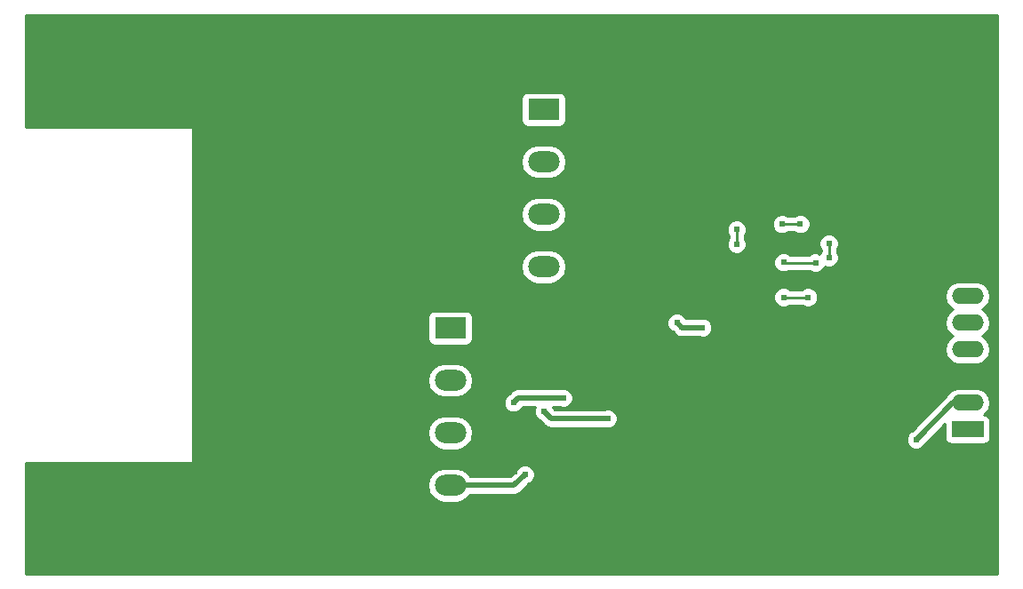
<source format=gbl>
G04 #@! TF.GenerationSoftware,KiCad,Pcbnew,5.0.0-fee4fd1~66~ubuntu18.04.1*
G04 #@! TF.CreationDate,2019-04-10T22:53:07-06:00*
G04 #@! TF.ProjectId,sprinkler_nodes,737072696E6B6C65725F6E6F6465732E,rev?*
G04 #@! TF.SameCoordinates,Original*
G04 #@! TF.FileFunction,Copper,L2,Bot,Signal*
G04 #@! TF.FilePolarity,Positive*
%FSLAX46Y46*%
G04 Gerber Fmt 4.6, Leading zero omitted, Abs format (unit mm)*
G04 Created by KiCad (PCBNEW 5.0.0-fee4fd1~66~ubuntu18.04.1) date Wed Apr 10 22:53:07 2019*
%MOMM*%
%LPD*%
G01*
G04 APERTURE LIST*
G04 #@! TA.AperFunction,ComponentPad*
%ADD10O,3.000000X2.000000*%
G04 #@! TD*
G04 #@! TA.AperFunction,ComponentPad*
%ADD11R,3.000000X2.000000*%
G04 #@! TD*
G04 #@! TA.AperFunction,ComponentPad*
%ADD12R,3.048000X1.524000*%
G04 #@! TD*
G04 #@! TA.AperFunction,ComponentPad*
%ADD13O,3.048000X1.524000*%
G04 #@! TD*
G04 #@! TA.AperFunction,ViaPad*
%ADD14C,0.609600*%
G04 #@! TD*
G04 #@! TA.AperFunction,Conductor*
%ADD15C,0.508000*%
G04 #@! TD*
G04 #@! TA.AperFunction,Conductor*
%ADD16C,0.254000*%
G04 #@! TD*
G04 APERTURE END LIST*
D10*
G04 #@! TO.P,J1,4*
G04 #@! TO.N,/VIN_AC*
X58928000Y-70880000D03*
G04 #@! TO.P,J1,3*
G04 #@! TO.N,/VIN_GND*
X58928000Y-65880000D03*
G04 #@! TO.P,J1,2*
G04 #@! TO.N,Net-(J1-Pad2)*
X58928000Y-60880000D03*
D11*
G04 #@! TO.P,J1,1*
G04 #@! TO.N,Net-(J1-Pad1)*
X58928000Y-55880000D03*
G04 #@! TD*
G04 #@! TO.P,J2,1*
G04 #@! TO.N,/RF_IN*
X67818000Y-35052000D03*
D10*
G04 #@! TO.P,J2,2*
G04 #@! TO.N,/RF_IN_RTN*
X67818000Y-40052000D03*
G04 #@! TO.P,J2,3*
G04 #@! TO.N,/RF_OUT*
X67818000Y-45052000D03*
G04 #@! TO.P,J2,4*
G04 #@! TO.N,/RF_OUT_RTN*
X67818000Y-50052000D03*
G04 #@! TD*
D12*
G04 #@! TO.P,J3,1*
G04 #@! TO.N,/MCLR*
X108204000Y-65532000D03*
D13*
G04 #@! TO.P,J3,2*
G04 #@! TO.N,+3V3*
X108204000Y-62992000D03*
G04 #@! TO.P,J3,3*
G04 #@! TO.N,GND*
X108204000Y-60452000D03*
G04 #@! TO.P,J3,4*
G04 #@! TO.N,/ICSPDAT*
X108204000Y-57912000D03*
G04 #@! TO.P,J3,5*
G04 #@! TO.N,/ICSPCLK*
X108204000Y-55372000D03*
G04 #@! TO.P,J3,6*
G04 #@! TO.N,Net-(J3-Pad6)*
X108204000Y-52832000D03*
G04 #@! TD*
D14*
G04 #@! TO.N,/VIN_AC*
X66040000Y-69850000D03*
G04 #@! TO.N,GND*
X87503000Y-70586600D03*
X86893400Y-75895200D03*
X79984600Y-67132200D03*
X83566000Y-65354200D03*
X92456000Y-74498200D03*
X102692200Y-74498200D03*
X82804000Y-53263800D03*
X87807800Y-62230000D03*
X93472000Y-58064400D03*
X104368600Y-34315400D03*
X99568000Y-34036000D03*
X91440000Y-41656000D03*
X75488800Y-48818800D03*
X77470000Y-50952400D03*
X79502000Y-50774600D03*
X83743800Y-44526200D03*
X75514200Y-39979600D03*
X77470000Y-39751000D03*
X79756000Y-40055800D03*
X81788000Y-39954200D03*
X83820000Y-39979600D03*
X85852000Y-39725600D03*
X87884000Y-39751000D03*
X89916000Y-39649400D03*
X91795600Y-39776400D03*
X80975200Y-57835800D03*
X84785200Y-57073800D03*
X97536000Y-43738800D03*
X100380800Y-60147200D03*
X101371400Y-62661800D03*
X102362000Y-55118000D03*
X88315600Y-70586600D03*
X87833200Y-69926200D03*
X65024000Y-69596000D03*
G04 #@! TO.N,+3V3*
X103301800Y-66522600D03*
G04 #@! TO.N,+5V*
X80518000Y-55397400D03*
X82956400Y-55854600D03*
G04 #@! TO.N,/MCLR*
X90678000Y-49631600D03*
X93726000Y-49657000D03*
G04 #@! TO.N,/V_Temp*
X90678000Y-52959000D03*
X93014800Y-52959000D03*
G04 #@! TO.N,/UART_RX*
X86207600Y-46507400D03*
X86207600Y-47904400D03*
G04 #@! TO.N,/GPIO3*
X92278200Y-45974000D03*
X90525600Y-45974000D03*
G04 #@! TO.N,/AN4*
X94996000Y-49174400D03*
X94996000Y-47828200D03*
G04 #@! TO.N,Net-(C19-Pad2)*
X64947800Y-63017400D03*
X69723000Y-62560200D03*
G04 #@! TO.N,Net-(C20-Pad1)*
X73914000Y-64516000D03*
X67868800Y-63855600D03*
G04 #@! TD*
D15*
G04 #@! TO.N,/VIN_AC*
X66040000Y-69850000D02*
X65010000Y-70880000D01*
X65010000Y-70880000D02*
X58928000Y-70880000D01*
D16*
G04 #@! TO.N,GND*
X88315600Y-70586600D02*
X88315800Y-70586600D01*
D15*
G04 #@! TO.N,+3V3*
X106832400Y-62992000D02*
X108204000Y-62992000D01*
X103301800Y-66522600D02*
X106832400Y-62992000D01*
G04 #@! TO.N,+5V*
X80975200Y-55854600D02*
X80518000Y-55397400D01*
X82956400Y-55854600D02*
X80975200Y-55854600D01*
D16*
G04 #@! TO.N,/MCLR*
X90678000Y-49631600D02*
X90703400Y-49657000D01*
X90703400Y-49657000D02*
X93726000Y-49657000D01*
G04 #@! TO.N,/V_Temp*
X90678000Y-52959000D02*
X93014800Y-52959000D01*
G04 #@! TO.N,/UART_RX*
X86207600Y-47904400D02*
X86207600Y-46507400D01*
G04 #@! TO.N,/GPIO3*
X90525600Y-45974000D02*
X92278200Y-45974000D01*
G04 #@! TO.N,/AN4*
X94996000Y-47828200D02*
X94996000Y-49174400D01*
D15*
G04 #@! TO.N,Net-(C19-Pad2)*
X65405000Y-62560200D02*
X64947800Y-63017400D01*
X69723000Y-62560200D02*
X65405000Y-62560200D01*
G04 #@! TO.N,Net-(C20-Pad1)*
X73914000Y-64516000D02*
X68529200Y-64516000D01*
X68529200Y-64516000D02*
X67868800Y-63855600D01*
G04 #@! TD*
D16*
G04 #@! TO.N,GND*
G36*
X111050000Y-79300000D02*
X18490000Y-79300000D01*
X18490000Y-70880000D01*
X56760969Y-70880000D01*
X56887864Y-71517945D01*
X57249231Y-72058769D01*
X57790055Y-72420136D01*
X58266969Y-72515000D01*
X59589031Y-72515000D01*
X60065945Y-72420136D01*
X60606769Y-72058769D01*
X60800386Y-71769000D01*
X64922445Y-71769000D01*
X65010000Y-71786416D01*
X65097555Y-71769000D01*
X65097556Y-71769000D01*
X65356870Y-71717419D01*
X65650933Y-71520933D01*
X65700531Y-71446704D01*
X66449712Y-70697524D01*
X66572354Y-70646724D01*
X66836724Y-70382354D01*
X66979800Y-70036938D01*
X66979800Y-69663062D01*
X66836724Y-69317646D01*
X66572354Y-69053276D01*
X66226938Y-68910200D01*
X65853062Y-68910200D01*
X65507646Y-69053276D01*
X65243276Y-69317646D01*
X65192476Y-69440288D01*
X64641765Y-69991000D01*
X60800386Y-69991000D01*
X60606769Y-69701231D01*
X60065945Y-69339864D01*
X59589031Y-69245000D01*
X58266969Y-69245000D01*
X57790055Y-69339864D01*
X57249231Y-69701231D01*
X56887864Y-70242055D01*
X56760969Y-70880000D01*
X18490000Y-70880000D01*
X18490000Y-68707000D01*
X34290000Y-68707000D01*
X34338601Y-68697333D01*
X34379803Y-68669803D01*
X34407333Y-68628601D01*
X34417000Y-68580000D01*
X34417000Y-65880000D01*
X56760969Y-65880000D01*
X56887864Y-66517945D01*
X57249231Y-67058769D01*
X57790055Y-67420136D01*
X58266969Y-67515000D01*
X59589031Y-67515000D01*
X60065945Y-67420136D01*
X60606769Y-67058769D01*
X60968136Y-66517945D01*
X61004394Y-66335662D01*
X102362000Y-66335662D01*
X102362000Y-66709538D01*
X102505076Y-67054954D01*
X102769446Y-67319324D01*
X103114862Y-67462400D01*
X103488738Y-67462400D01*
X103834154Y-67319324D01*
X104098524Y-67054954D01*
X104149325Y-66932310D01*
X106032560Y-65049076D01*
X106032560Y-66294000D01*
X106081843Y-66541765D01*
X106222191Y-66751809D01*
X106432235Y-66892157D01*
X106680000Y-66941440D01*
X109728000Y-66941440D01*
X109975765Y-66892157D01*
X110185809Y-66751809D01*
X110326157Y-66541765D01*
X110375440Y-66294000D01*
X110375440Y-64770000D01*
X110326157Y-64522235D01*
X110185809Y-64312191D01*
X109975765Y-64171843D01*
X109774643Y-64131838D01*
X109973180Y-63999180D01*
X110281944Y-63537082D01*
X110390368Y-62992000D01*
X110281944Y-62446918D01*
X109973180Y-61984820D01*
X109511082Y-61676056D01*
X109103588Y-61595000D01*
X107304412Y-61595000D01*
X106896918Y-61676056D01*
X106434820Y-61984820D01*
X106137755Y-62429409D01*
X102892090Y-65675075D01*
X102769446Y-65725876D01*
X102505076Y-65990246D01*
X102362000Y-66335662D01*
X61004394Y-66335662D01*
X61095031Y-65880000D01*
X60968136Y-65242055D01*
X60606769Y-64701231D01*
X60065945Y-64339864D01*
X59589031Y-64245000D01*
X58266969Y-64245000D01*
X57790055Y-64339864D01*
X57249231Y-64701231D01*
X56887864Y-65242055D01*
X56760969Y-65880000D01*
X34417000Y-65880000D01*
X34417000Y-62830462D01*
X64008000Y-62830462D01*
X64008000Y-63204338D01*
X64151076Y-63549754D01*
X64415446Y-63814124D01*
X64760862Y-63957200D01*
X65134738Y-63957200D01*
X65480154Y-63814124D01*
X65744524Y-63549754D01*
X65786175Y-63449200D01*
X67019904Y-63449200D01*
X66929000Y-63668662D01*
X66929000Y-64042538D01*
X67072076Y-64387954D01*
X67336446Y-64652324D01*
X67459089Y-64703124D01*
X67838670Y-65082706D01*
X67888267Y-65156933D01*
X67962493Y-65206529D01*
X68182329Y-65353419D01*
X68529200Y-65422416D01*
X68616756Y-65405000D01*
X73604420Y-65405000D01*
X73727062Y-65455800D01*
X74100938Y-65455800D01*
X74446354Y-65312724D01*
X74710724Y-65048354D01*
X74853800Y-64702938D01*
X74853800Y-64329062D01*
X74710724Y-63983646D01*
X74446354Y-63719276D01*
X74100938Y-63576200D01*
X73727062Y-63576200D01*
X73604420Y-63627000D01*
X68897436Y-63627000D01*
X68719635Y-63449200D01*
X69413420Y-63449200D01*
X69536062Y-63500000D01*
X69909938Y-63500000D01*
X70255354Y-63356924D01*
X70519724Y-63092554D01*
X70662800Y-62747138D01*
X70662800Y-62373262D01*
X70519724Y-62027846D01*
X70255354Y-61763476D01*
X69909938Y-61620400D01*
X69536062Y-61620400D01*
X69413420Y-61671200D01*
X65492550Y-61671200D01*
X65404999Y-61653785D01*
X65317448Y-61671200D01*
X65317444Y-61671200D01*
X65058130Y-61722781D01*
X64764067Y-61919267D01*
X64714469Y-61993496D01*
X64538090Y-62169875D01*
X64415446Y-62220676D01*
X64151076Y-62485046D01*
X64008000Y-62830462D01*
X34417000Y-62830462D01*
X34417000Y-60880000D01*
X56760969Y-60880000D01*
X56887864Y-61517945D01*
X57249231Y-62058769D01*
X57790055Y-62420136D01*
X58266969Y-62515000D01*
X59589031Y-62515000D01*
X60065945Y-62420136D01*
X60606769Y-62058769D01*
X60968136Y-61517945D01*
X61095031Y-60880000D01*
X60968136Y-60242055D01*
X60606769Y-59701231D01*
X60065945Y-59339864D01*
X59589031Y-59245000D01*
X58266969Y-59245000D01*
X57790055Y-59339864D01*
X57249231Y-59701231D01*
X56887864Y-60242055D01*
X56760969Y-60880000D01*
X34417000Y-60880000D01*
X34417000Y-54880000D01*
X56780560Y-54880000D01*
X56780560Y-56880000D01*
X56829843Y-57127765D01*
X56970191Y-57337809D01*
X57180235Y-57478157D01*
X57428000Y-57527440D01*
X60428000Y-57527440D01*
X60675765Y-57478157D01*
X60885809Y-57337809D01*
X61026157Y-57127765D01*
X61075440Y-56880000D01*
X61075440Y-55210462D01*
X79578200Y-55210462D01*
X79578200Y-55584338D01*
X79721276Y-55929754D01*
X79985646Y-56194124D01*
X80108290Y-56244925D01*
X80284669Y-56421304D01*
X80334267Y-56495533D01*
X80628330Y-56692019D01*
X80887644Y-56743600D01*
X80887648Y-56743600D01*
X80975199Y-56761015D01*
X81062750Y-56743600D01*
X82646820Y-56743600D01*
X82769462Y-56794400D01*
X83143338Y-56794400D01*
X83488754Y-56651324D01*
X83753124Y-56386954D01*
X83896200Y-56041538D01*
X83896200Y-55667662D01*
X83753124Y-55322246D01*
X83488754Y-55057876D01*
X83143338Y-54914800D01*
X82769462Y-54914800D01*
X82646820Y-54965600D01*
X81356375Y-54965600D01*
X81314724Y-54865046D01*
X81050354Y-54600676D01*
X80704938Y-54457600D01*
X80331062Y-54457600D01*
X79985646Y-54600676D01*
X79721276Y-54865046D01*
X79578200Y-55210462D01*
X61075440Y-55210462D01*
X61075440Y-54880000D01*
X61026157Y-54632235D01*
X60885809Y-54422191D01*
X60675765Y-54281843D01*
X60428000Y-54232560D01*
X57428000Y-54232560D01*
X57180235Y-54281843D01*
X56970191Y-54422191D01*
X56829843Y-54632235D01*
X56780560Y-54880000D01*
X34417000Y-54880000D01*
X34417000Y-52772062D01*
X89738200Y-52772062D01*
X89738200Y-53145938D01*
X89881276Y-53491354D01*
X90145646Y-53755724D01*
X90491062Y-53898800D01*
X90864938Y-53898800D01*
X91210354Y-53755724D01*
X91245078Y-53721000D01*
X92447722Y-53721000D01*
X92482446Y-53755724D01*
X92827862Y-53898800D01*
X93201738Y-53898800D01*
X93547154Y-53755724D01*
X93811524Y-53491354D01*
X93954600Y-53145938D01*
X93954600Y-52832000D01*
X106017632Y-52832000D01*
X106126056Y-53377082D01*
X106434820Y-53839180D01*
X106828158Y-54102000D01*
X106434820Y-54364820D01*
X106126056Y-54826918D01*
X106017632Y-55372000D01*
X106126056Y-55917082D01*
X106434820Y-56379180D01*
X106828158Y-56642000D01*
X106434820Y-56904820D01*
X106126056Y-57366918D01*
X106017632Y-57912000D01*
X106126056Y-58457082D01*
X106434820Y-58919180D01*
X106896918Y-59227944D01*
X107304412Y-59309000D01*
X109103588Y-59309000D01*
X109511082Y-59227944D01*
X109973180Y-58919180D01*
X110281944Y-58457082D01*
X110390368Y-57912000D01*
X110281944Y-57366918D01*
X109973180Y-56904820D01*
X109579842Y-56642000D01*
X109973180Y-56379180D01*
X110281944Y-55917082D01*
X110390368Y-55372000D01*
X110281944Y-54826918D01*
X109973180Y-54364820D01*
X109579842Y-54102000D01*
X109973180Y-53839180D01*
X110281944Y-53377082D01*
X110390368Y-52832000D01*
X110281944Y-52286918D01*
X109973180Y-51824820D01*
X109511082Y-51516056D01*
X109103588Y-51435000D01*
X107304412Y-51435000D01*
X106896918Y-51516056D01*
X106434820Y-51824820D01*
X106126056Y-52286918D01*
X106017632Y-52832000D01*
X93954600Y-52832000D01*
X93954600Y-52772062D01*
X93811524Y-52426646D01*
X93547154Y-52162276D01*
X93201738Y-52019200D01*
X92827862Y-52019200D01*
X92482446Y-52162276D01*
X92447722Y-52197000D01*
X91245078Y-52197000D01*
X91210354Y-52162276D01*
X90864938Y-52019200D01*
X90491062Y-52019200D01*
X90145646Y-52162276D01*
X89881276Y-52426646D01*
X89738200Y-52772062D01*
X34417000Y-52772062D01*
X34417000Y-50052000D01*
X65650969Y-50052000D01*
X65777864Y-50689945D01*
X66139231Y-51230769D01*
X66680055Y-51592136D01*
X67156969Y-51687000D01*
X68479031Y-51687000D01*
X68955945Y-51592136D01*
X69496769Y-51230769D01*
X69858136Y-50689945D01*
X69985031Y-50052000D01*
X69864225Y-49444662D01*
X89738200Y-49444662D01*
X89738200Y-49818538D01*
X89881276Y-50163954D01*
X90145646Y-50428324D01*
X90491062Y-50571400D01*
X90864938Y-50571400D01*
X91210354Y-50428324D01*
X91219678Y-50419000D01*
X93158922Y-50419000D01*
X93193646Y-50453724D01*
X93539062Y-50596800D01*
X93912938Y-50596800D01*
X94258354Y-50453724D01*
X94522724Y-50189354D01*
X94591228Y-50023970D01*
X94809062Y-50114200D01*
X95182938Y-50114200D01*
X95528354Y-49971124D01*
X95792724Y-49706754D01*
X95935800Y-49361338D01*
X95935800Y-48987462D01*
X95792724Y-48642046D01*
X95758000Y-48607322D01*
X95758000Y-48395278D01*
X95792724Y-48360554D01*
X95935800Y-48015138D01*
X95935800Y-47641262D01*
X95792724Y-47295846D01*
X95528354Y-47031476D01*
X95182938Y-46888400D01*
X94809062Y-46888400D01*
X94463646Y-47031476D01*
X94199276Y-47295846D01*
X94056200Y-47641262D01*
X94056200Y-48015138D01*
X94199276Y-48360554D01*
X94234000Y-48395278D01*
X94234001Y-48607321D01*
X94199276Y-48642046D01*
X94130772Y-48807430D01*
X93912938Y-48717200D01*
X93539062Y-48717200D01*
X93193646Y-48860276D01*
X93158922Y-48895000D01*
X91270478Y-48895000D01*
X91210354Y-48834876D01*
X90864938Y-48691800D01*
X90491062Y-48691800D01*
X90145646Y-48834876D01*
X89881276Y-49099246D01*
X89738200Y-49444662D01*
X69864225Y-49444662D01*
X69858136Y-49414055D01*
X69496769Y-48873231D01*
X68955945Y-48511864D01*
X68479031Y-48417000D01*
X67156969Y-48417000D01*
X66680055Y-48511864D01*
X66139231Y-48873231D01*
X65777864Y-49414055D01*
X65650969Y-50052000D01*
X34417000Y-50052000D01*
X34417000Y-45052000D01*
X65650969Y-45052000D01*
X65777864Y-45689945D01*
X66139231Y-46230769D01*
X66680055Y-46592136D01*
X67156969Y-46687000D01*
X68479031Y-46687000D01*
X68955945Y-46592136D01*
X69362533Y-46320462D01*
X85267800Y-46320462D01*
X85267800Y-46694338D01*
X85410876Y-47039754D01*
X85445601Y-47074479D01*
X85445600Y-47337322D01*
X85410876Y-47372046D01*
X85267800Y-47717462D01*
X85267800Y-48091338D01*
X85410876Y-48436754D01*
X85675246Y-48701124D01*
X86020662Y-48844200D01*
X86394538Y-48844200D01*
X86739954Y-48701124D01*
X87004324Y-48436754D01*
X87147400Y-48091338D01*
X87147400Y-47717462D01*
X87004324Y-47372046D01*
X86969600Y-47337322D01*
X86969600Y-47074478D01*
X87004324Y-47039754D01*
X87147400Y-46694338D01*
X87147400Y-46320462D01*
X87004324Y-45975046D01*
X86816340Y-45787062D01*
X89585800Y-45787062D01*
X89585800Y-46160938D01*
X89728876Y-46506354D01*
X89993246Y-46770724D01*
X90338662Y-46913800D01*
X90712538Y-46913800D01*
X91057954Y-46770724D01*
X91092678Y-46736000D01*
X91711122Y-46736000D01*
X91745846Y-46770724D01*
X92091262Y-46913800D01*
X92465138Y-46913800D01*
X92810554Y-46770724D01*
X93074924Y-46506354D01*
X93218000Y-46160938D01*
X93218000Y-45787062D01*
X93074924Y-45441646D01*
X92810554Y-45177276D01*
X92465138Y-45034200D01*
X92091262Y-45034200D01*
X91745846Y-45177276D01*
X91711122Y-45212000D01*
X91092678Y-45212000D01*
X91057954Y-45177276D01*
X90712538Y-45034200D01*
X90338662Y-45034200D01*
X89993246Y-45177276D01*
X89728876Y-45441646D01*
X89585800Y-45787062D01*
X86816340Y-45787062D01*
X86739954Y-45710676D01*
X86394538Y-45567600D01*
X86020662Y-45567600D01*
X85675246Y-45710676D01*
X85410876Y-45975046D01*
X85267800Y-46320462D01*
X69362533Y-46320462D01*
X69496769Y-46230769D01*
X69858136Y-45689945D01*
X69985031Y-45052000D01*
X69858136Y-44414055D01*
X69496769Y-43873231D01*
X68955945Y-43511864D01*
X68479031Y-43417000D01*
X67156969Y-43417000D01*
X66680055Y-43511864D01*
X66139231Y-43873231D01*
X65777864Y-44414055D01*
X65650969Y-45052000D01*
X34417000Y-45052000D01*
X34417000Y-40052000D01*
X65650969Y-40052000D01*
X65777864Y-40689945D01*
X66139231Y-41230769D01*
X66680055Y-41592136D01*
X67156969Y-41687000D01*
X68479031Y-41687000D01*
X68955945Y-41592136D01*
X69496769Y-41230769D01*
X69858136Y-40689945D01*
X69985031Y-40052000D01*
X69858136Y-39414055D01*
X69496769Y-38873231D01*
X68955945Y-38511864D01*
X68479031Y-38417000D01*
X67156969Y-38417000D01*
X66680055Y-38511864D01*
X66139231Y-38873231D01*
X65777864Y-39414055D01*
X65650969Y-40052000D01*
X34417000Y-40052000D01*
X34417000Y-36830000D01*
X34407333Y-36781399D01*
X34379803Y-36740197D01*
X34338601Y-36712667D01*
X34290000Y-36703000D01*
X18490000Y-36703000D01*
X18490000Y-34052000D01*
X65670560Y-34052000D01*
X65670560Y-36052000D01*
X65719843Y-36299765D01*
X65860191Y-36509809D01*
X66070235Y-36650157D01*
X66318000Y-36699440D01*
X69318000Y-36699440D01*
X69565765Y-36650157D01*
X69775809Y-36509809D01*
X69916157Y-36299765D01*
X69965440Y-36052000D01*
X69965440Y-34052000D01*
X69916157Y-33804235D01*
X69775809Y-33594191D01*
X69565765Y-33453843D01*
X69318000Y-33404560D01*
X66318000Y-33404560D01*
X66070235Y-33453843D01*
X65860191Y-33594191D01*
X65719843Y-33804235D01*
X65670560Y-34052000D01*
X18490000Y-34052000D01*
X18490000Y-26110000D01*
X111050001Y-26110000D01*
X111050000Y-79300000D01*
X111050000Y-79300000D01*
G37*
X111050000Y-79300000D02*
X18490000Y-79300000D01*
X18490000Y-70880000D01*
X56760969Y-70880000D01*
X56887864Y-71517945D01*
X57249231Y-72058769D01*
X57790055Y-72420136D01*
X58266969Y-72515000D01*
X59589031Y-72515000D01*
X60065945Y-72420136D01*
X60606769Y-72058769D01*
X60800386Y-71769000D01*
X64922445Y-71769000D01*
X65010000Y-71786416D01*
X65097555Y-71769000D01*
X65097556Y-71769000D01*
X65356870Y-71717419D01*
X65650933Y-71520933D01*
X65700531Y-71446704D01*
X66449712Y-70697524D01*
X66572354Y-70646724D01*
X66836724Y-70382354D01*
X66979800Y-70036938D01*
X66979800Y-69663062D01*
X66836724Y-69317646D01*
X66572354Y-69053276D01*
X66226938Y-68910200D01*
X65853062Y-68910200D01*
X65507646Y-69053276D01*
X65243276Y-69317646D01*
X65192476Y-69440288D01*
X64641765Y-69991000D01*
X60800386Y-69991000D01*
X60606769Y-69701231D01*
X60065945Y-69339864D01*
X59589031Y-69245000D01*
X58266969Y-69245000D01*
X57790055Y-69339864D01*
X57249231Y-69701231D01*
X56887864Y-70242055D01*
X56760969Y-70880000D01*
X18490000Y-70880000D01*
X18490000Y-68707000D01*
X34290000Y-68707000D01*
X34338601Y-68697333D01*
X34379803Y-68669803D01*
X34407333Y-68628601D01*
X34417000Y-68580000D01*
X34417000Y-65880000D01*
X56760969Y-65880000D01*
X56887864Y-66517945D01*
X57249231Y-67058769D01*
X57790055Y-67420136D01*
X58266969Y-67515000D01*
X59589031Y-67515000D01*
X60065945Y-67420136D01*
X60606769Y-67058769D01*
X60968136Y-66517945D01*
X61004394Y-66335662D01*
X102362000Y-66335662D01*
X102362000Y-66709538D01*
X102505076Y-67054954D01*
X102769446Y-67319324D01*
X103114862Y-67462400D01*
X103488738Y-67462400D01*
X103834154Y-67319324D01*
X104098524Y-67054954D01*
X104149325Y-66932310D01*
X106032560Y-65049076D01*
X106032560Y-66294000D01*
X106081843Y-66541765D01*
X106222191Y-66751809D01*
X106432235Y-66892157D01*
X106680000Y-66941440D01*
X109728000Y-66941440D01*
X109975765Y-66892157D01*
X110185809Y-66751809D01*
X110326157Y-66541765D01*
X110375440Y-66294000D01*
X110375440Y-64770000D01*
X110326157Y-64522235D01*
X110185809Y-64312191D01*
X109975765Y-64171843D01*
X109774643Y-64131838D01*
X109973180Y-63999180D01*
X110281944Y-63537082D01*
X110390368Y-62992000D01*
X110281944Y-62446918D01*
X109973180Y-61984820D01*
X109511082Y-61676056D01*
X109103588Y-61595000D01*
X107304412Y-61595000D01*
X106896918Y-61676056D01*
X106434820Y-61984820D01*
X106137755Y-62429409D01*
X102892090Y-65675075D01*
X102769446Y-65725876D01*
X102505076Y-65990246D01*
X102362000Y-66335662D01*
X61004394Y-66335662D01*
X61095031Y-65880000D01*
X60968136Y-65242055D01*
X60606769Y-64701231D01*
X60065945Y-64339864D01*
X59589031Y-64245000D01*
X58266969Y-64245000D01*
X57790055Y-64339864D01*
X57249231Y-64701231D01*
X56887864Y-65242055D01*
X56760969Y-65880000D01*
X34417000Y-65880000D01*
X34417000Y-62830462D01*
X64008000Y-62830462D01*
X64008000Y-63204338D01*
X64151076Y-63549754D01*
X64415446Y-63814124D01*
X64760862Y-63957200D01*
X65134738Y-63957200D01*
X65480154Y-63814124D01*
X65744524Y-63549754D01*
X65786175Y-63449200D01*
X67019904Y-63449200D01*
X66929000Y-63668662D01*
X66929000Y-64042538D01*
X67072076Y-64387954D01*
X67336446Y-64652324D01*
X67459089Y-64703124D01*
X67838670Y-65082706D01*
X67888267Y-65156933D01*
X67962493Y-65206529D01*
X68182329Y-65353419D01*
X68529200Y-65422416D01*
X68616756Y-65405000D01*
X73604420Y-65405000D01*
X73727062Y-65455800D01*
X74100938Y-65455800D01*
X74446354Y-65312724D01*
X74710724Y-65048354D01*
X74853800Y-64702938D01*
X74853800Y-64329062D01*
X74710724Y-63983646D01*
X74446354Y-63719276D01*
X74100938Y-63576200D01*
X73727062Y-63576200D01*
X73604420Y-63627000D01*
X68897436Y-63627000D01*
X68719635Y-63449200D01*
X69413420Y-63449200D01*
X69536062Y-63500000D01*
X69909938Y-63500000D01*
X70255354Y-63356924D01*
X70519724Y-63092554D01*
X70662800Y-62747138D01*
X70662800Y-62373262D01*
X70519724Y-62027846D01*
X70255354Y-61763476D01*
X69909938Y-61620400D01*
X69536062Y-61620400D01*
X69413420Y-61671200D01*
X65492550Y-61671200D01*
X65404999Y-61653785D01*
X65317448Y-61671200D01*
X65317444Y-61671200D01*
X65058130Y-61722781D01*
X64764067Y-61919267D01*
X64714469Y-61993496D01*
X64538090Y-62169875D01*
X64415446Y-62220676D01*
X64151076Y-62485046D01*
X64008000Y-62830462D01*
X34417000Y-62830462D01*
X34417000Y-60880000D01*
X56760969Y-60880000D01*
X56887864Y-61517945D01*
X57249231Y-62058769D01*
X57790055Y-62420136D01*
X58266969Y-62515000D01*
X59589031Y-62515000D01*
X60065945Y-62420136D01*
X60606769Y-62058769D01*
X60968136Y-61517945D01*
X61095031Y-60880000D01*
X60968136Y-60242055D01*
X60606769Y-59701231D01*
X60065945Y-59339864D01*
X59589031Y-59245000D01*
X58266969Y-59245000D01*
X57790055Y-59339864D01*
X57249231Y-59701231D01*
X56887864Y-60242055D01*
X56760969Y-60880000D01*
X34417000Y-60880000D01*
X34417000Y-54880000D01*
X56780560Y-54880000D01*
X56780560Y-56880000D01*
X56829843Y-57127765D01*
X56970191Y-57337809D01*
X57180235Y-57478157D01*
X57428000Y-57527440D01*
X60428000Y-57527440D01*
X60675765Y-57478157D01*
X60885809Y-57337809D01*
X61026157Y-57127765D01*
X61075440Y-56880000D01*
X61075440Y-55210462D01*
X79578200Y-55210462D01*
X79578200Y-55584338D01*
X79721276Y-55929754D01*
X79985646Y-56194124D01*
X80108290Y-56244925D01*
X80284669Y-56421304D01*
X80334267Y-56495533D01*
X80628330Y-56692019D01*
X80887644Y-56743600D01*
X80887648Y-56743600D01*
X80975199Y-56761015D01*
X81062750Y-56743600D01*
X82646820Y-56743600D01*
X82769462Y-56794400D01*
X83143338Y-56794400D01*
X83488754Y-56651324D01*
X83753124Y-56386954D01*
X83896200Y-56041538D01*
X83896200Y-55667662D01*
X83753124Y-55322246D01*
X83488754Y-55057876D01*
X83143338Y-54914800D01*
X82769462Y-54914800D01*
X82646820Y-54965600D01*
X81356375Y-54965600D01*
X81314724Y-54865046D01*
X81050354Y-54600676D01*
X80704938Y-54457600D01*
X80331062Y-54457600D01*
X79985646Y-54600676D01*
X79721276Y-54865046D01*
X79578200Y-55210462D01*
X61075440Y-55210462D01*
X61075440Y-54880000D01*
X61026157Y-54632235D01*
X60885809Y-54422191D01*
X60675765Y-54281843D01*
X60428000Y-54232560D01*
X57428000Y-54232560D01*
X57180235Y-54281843D01*
X56970191Y-54422191D01*
X56829843Y-54632235D01*
X56780560Y-54880000D01*
X34417000Y-54880000D01*
X34417000Y-52772062D01*
X89738200Y-52772062D01*
X89738200Y-53145938D01*
X89881276Y-53491354D01*
X90145646Y-53755724D01*
X90491062Y-53898800D01*
X90864938Y-53898800D01*
X91210354Y-53755724D01*
X91245078Y-53721000D01*
X92447722Y-53721000D01*
X92482446Y-53755724D01*
X92827862Y-53898800D01*
X93201738Y-53898800D01*
X93547154Y-53755724D01*
X93811524Y-53491354D01*
X93954600Y-53145938D01*
X93954600Y-52832000D01*
X106017632Y-52832000D01*
X106126056Y-53377082D01*
X106434820Y-53839180D01*
X106828158Y-54102000D01*
X106434820Y-54364820D01*
X106126056Y-54826918D01*
X106017632Y-55372000D01*
X106126056Y-55917082D01*
X106434820Y-56379180D01*
X106828158Y-56642000D01*
X106434820Y-56904820D01*
X106126056Y-57366918D01*
X106017632Y-57912000D01*
X106126056Y-58457082D01*
X106434820Y-58919180D01*
X106896918Y-59227944D01*
X107304412Y-59309000D01*
X109103588Y-59309000D01*
X109511082Y-59227944D01*
X109973180Y-58919180D01*
X110281944Y-58457082D01*
X110390368Y-57912000D01*
X110281944Y-57366918D01*
X109973180Y-56904820D01*
X109579842Y-56642000D01*
X109973180Y-56379180D01*
X110281944Y-55917082D01*
X110390368Y-55372000D01*
X110281944Y-54826918D01*
X109973180Y-54364820D01*
X109579842Y-54102000D01*
X109973180Y-53839180D01*
X110281944Y-53377082D01*
X110390368Y-52832000D01*
X110281944Y-52286918D01*
X109973180Y-51824820D01*
X109511082Y-51516056D01*
X109103588Y-51435000D01*
X107304412Y-51435000D01*
X106896918Y-51516056D01*
X106434820Y-51824820D01*
X106126056Y-52286918D01*
X106017632Y-52832000D01*
X93954600Y-52832000D01*
X93954600Y-52772062D01*
X93811524Y-52426646D01*
X93547154Y-52162276D01*
X93201738Y-52019200D01*
X92827862Y-52019200D01*
X92482446Y-52162276D01*
X92447722Y-52197000D01*
X91245078Y-52197000D01*
X91210354Y-52162276D01*
X90864938Y-52019200D01*
X90491062Y-52019200D01*
X90145646Y-52162276D01*
X89881276Y-52426646D01*
X89738200Y-52772062D01*
X34417000Y-52772062D01*
X34417000Y-50052000D01*
X65650969Y-50052000D01*
X65777864Y-50689945D01*
X66139231Y-51230769D01*
X66680055Y-51592136D01*
X67156969Y-51687000D01*
X68479031Y-51687000D01*
X68955945Y-51592136D01*
X69496769Y-51230769D01*
X69858136Y-50689945D01*
X69985031Y-50052000D01*
X69864225Y-49444662D01*
X89738200Y-49444662D01*
X89738200Y-49818538D01*
X89881276Y-50163954D01*
X90145646Y-50428324D01*
X90491062Y-50571400D01*
X90864938Y-50571400D01*
X91210354Y-50428324D01*
X91219678Y-50419000D01*
X93158922Y-50419000D01*
X93193646Y-50453724D01*
X93539062Y-50596800D01*
X93912938Y-50596800D01*
X94258354Y-50453724D01*
X94522724Y-50189354D01*
X94591228Y-50023970D01*
X94809062Y-50114200D01*
X95182938Y-50114200D01*
X95528354Y-49971124D01*
X95792724Y-49706754D01*
X95935800Y-49361338D01*
X95935800Y-48987462D01*
X95792724Y-48642046D01*
X95758000Y-48607322D01*
X95758000Y-48395278D01*
X95792724Y-48360554D01*
X95935800Y-48015138D01*
X95935800Y-47641262D01*
X95792724Y-47295846D01*
X95528354Y-47031476D01*
X95182938Y-46888400D01*
X94809062Y-46888400D01*
X94463646Y-47031476D01*
X94199276Y-47295846D01*
X94056200Y-47641262D01*
X94056200Y-48015138D01*
X94199276Y-48360554D01*
X94234000Y-48395278D01*
X94234001Y-48607321D01*
X94199276Y-48642046D01*
X94130772Y-48807430D01*
X93912938Y-48717200D01*
X93539062Y-48717200D01*
X93193646Y-48860276D01*
X93158922Y-48895000D01*
X91270478Y-48895000D01*
X91210354Y-48834876D01*
X90864938Y-48691800D01*
X90491062Y-48691800D01*
X90145646Y-48834876D01*
X89881276Y-49099246D01*
X89738200Y-49444662D01*
X69864225Y-49444662D01*
X69858136Y-49414055D01*
X69496769Y-48873231D01*
X68955945Y-48511864D01*
X68479031Y-48417000D01*
X67156969Y-48417000D01*
X66680055Y-48511864D01*
X66139231Y-48873231D01*
X65777864Y-49414055D01*
X65650969Y-50052000D01*
X34417000Y-50052000D01*
X34417000Y-45052000D01*
X65650969Y-45052000D01*
X65777864Y-45689945D01*
X66139231Y-46230769D01*
X66680055Y-46592136D01*
X67156969Y-46687000D01*
X68479031Y-46687000D01*
X68955945Y-46592136D01*
X69362533Y-46320462D01*
X85267800Y-46320462D01*
X85267800Y-46694338D01*
X85410876Y-47039754D01*
X85445601Y-47074479D01*
X85445600Y-47337322D01*
X85410876Y-47372046D01*
X85267800Y-47717462D01*
X85267800Y-48091338D01*
X85410876Y-48436754D01*
X85675246Y-48701124D01*
X86020662Y-48844200D01*
X86394538Y-48844200D01*
X86739954Y-48701124D01*
X87004324Y-48436754D01*
X87147400Y-48091338D01*
X87147400Y-47717462D01*
X87004324Y-47372046D01*
X86969600Y-47337322D01*
X86969600Y-47074478D01*
X87004324Y-47039754D01*
X87147400Y-46694338D01*
X87147400Y-46320462D01*
X87004324Y-45975046D01*
X86816340Y-45787062D01*
X89585800Y-45787062D01*
X89585800Y-46160938D01*
X89728876Y-46506354D01*
X89993246Y-46770724D01*
X90338662Y-46913800D01*
X90712538Y-46913800D01*
X91057954Y-46770724D01*
X91092678Y-46736000D01*
X91711122Y-46736000D01*
X91745846Y-46770724D01*
X92091262Y-46913800D01*
X92465138Y-46913800D01*
X92810554Y-46770724D01*
X93074924Y-46506354D01*
X93218000Y-46160938D01*
X93218000Y-45787062D01*
X93074924Y-45441646D01*
X92810554Y-45177276D01*
X92465138Y-45034200D01*
X92091262Y-45034200D01*
X91745846Y-45177276D01*
X91711122Y-45212000D01*
X91092678Y-45212000D01*
X91057954Y-45177276D01*
X90712538Y-45034200D01*
X90338662Y-45034200D01*
X89993246Y-45177276D01*
X89728876Y-45441646D01*
X89585800Y-45787062D01*
X86816340Y-45787062D01*
X86739954Y-45710676D01*
X86394538Y-45567600D01*
X86020662Y-45567600D01*
X85675246Y-45710676D01*
X85410876Y-45975046D01*
X85267800Y-46320462D01*
X69362533Y-46320462D01*
X69496769Y-46230769D01*
X69858136Y-45689945D01*
X69985031Y-45052000D01*
X69858136Y-44414055D01*
X69496769Y-43873231D01*
X68955945Y-43511864D01*
X68479031Y-43417000D01*
X67156969Y-43417000D01*
X66680055Y-43511864D01*
X66139231Y-43873231D01*
X65777864Y-44414055D01*
X65650969Y-45052000D01*
X34417000Y-45052000D01*
X34417000Y-40052000D01*
X65650969Y-40052000D01*
X65777864Y-40689945D01*
X66139231Y-41230769D01*
X66680055Y-41592136D01*
X67156969Y-41687000D01*
X68479031Y-41687000D01*
X68955945Y-41592136D01*
X69496769Y-41230769D01*
X69858136Y-40689945D01*
X69985031Y-40052000D01*
X69858136Y-39414055D01*
X69496769Y-38873231D01*
X68955945Y-38511864D01*
X68479031Y-38417000D01*
X67156969Y-38417000D01*
X66680055Y-38511864D01*
X66139231Y-38873231D01*
X65777864Y-39414055D01*
X65650969Y-40052000D01*
X34417000Y-40052000D01*
X34417000Y-36830000D01*
X34407333Y-36781399D01*
X34379803Y-36740197D01*
X34338601Y-36712667D01*
X34290000Y-36703000D01*
X18490000Y-36703000D01*
X18490000Y-34052000D01*
X65670560Y-34052000D01*
X65670560Y-36052000D01*
X65719843Y-36299765D01*
X65860191Y-36509809D01*
X66070235Y-36650157D01*
X66318000Y-36699440D01*
X69318000Y-36699440D01*
X69565765Y-36650157D01*
X69775809Y-36509809D01*
X69916157Y-36299765D01*
X69965440Y-36052000D01*
X69965440Y-34052000D01*
X69916157Y-33804235D01*
X69775809Y-33594191D01*
X69565765Y-33453843D01*
X69318000Y-33404560D01*
X66318000Y-33404560D01*
X66070235Y-33453843D01*
X65860191Y-33594191D01*
X65719843Y-33804235D01*
X65670560Y-34052000D01*
X18490000Y-34052000D01*
X18490000Y-26110000D01*
X111050001Y-26110000D01*
X111050000Y-79300000D01*
G04 #@! TD*
M02*

</source>
